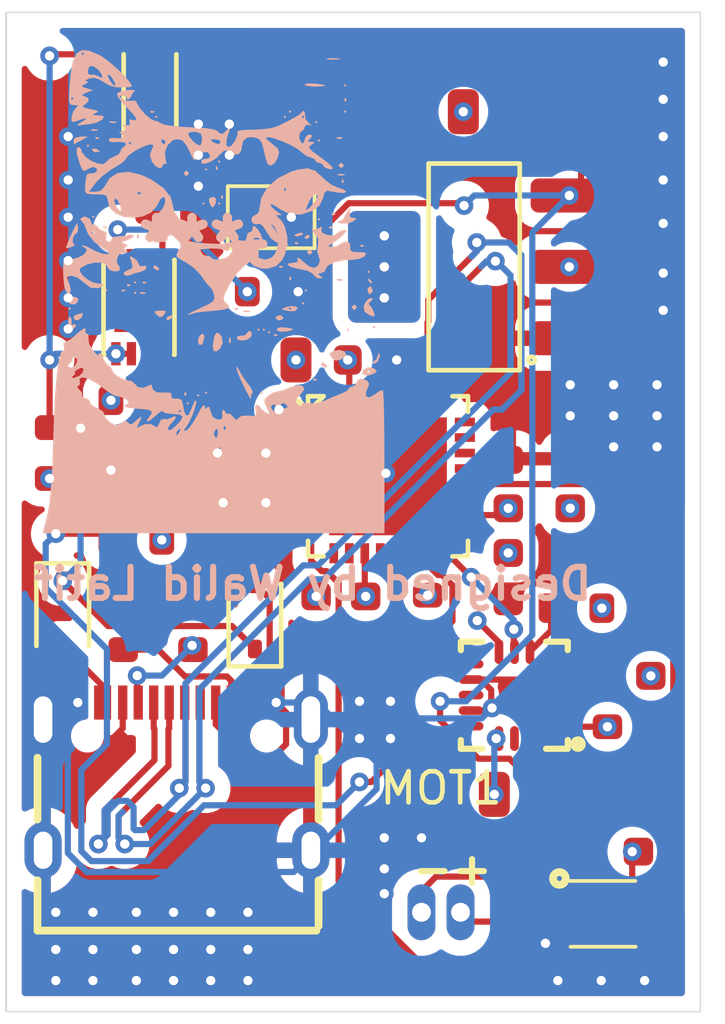
<source format=kicad_pcb>
(kicad_pcb (version 20241229) (generator "pcbnew") (generator_version "9.0")
  (layers (0 "F.Cu" signal) (4 "In1.Cu" power) (6 "In2.Cu" power) (2 "B.Cu" signal) (13 "F.Paste" user) (15 "B.Paste" user) (5 "F.SilkS" user "F.Silkscreen") (7 "B.SilkS" user "B.Silkscreen") (1 "F.Mask" user) (3 "B.Mask" user) (25 "Edge.Cuts" user))
  (net 0 "")
  (net 1 "GND")
  (net 2 "/3.7V LiPo")
  (net 3 "+3.3V")
  (net 4 "+5V")
  (net 5 "/VCC")
  (net 6 "Net-(D1-Pad2)")
  (net 7 "Net-(D2-Pad2)")
  (net 8 "Net-(D3-Pad1)")
  (net 9 "Net-(MOT1-+)")
  (net 10 "Net-(MOT1--)")
  (net 11 "Net-(USB1-CC1)")
  (net 12 "Net-(USB1-CC2)")
  (net 13 "Net-(U3-GPIO2)")
  (net 14 "Net-(U3-GPIO8)")
  (net 15 "Net-(U4-PROG)")
  (net 16 "Net-(U4-STAT)")
  (net 17 "Net-(U3-GPIO9)")
  (net 18 "/SCL")
  (net 19 "/SDA")
  (net 20 "/SDO")
  (net 32 "/D-")
  (net 36 "/IN2")
  (net 39 "/IN1")
  (net 45 "/D+")
  (footprint "easyeda2kicad:USB-C-SMD_TYPE-C-6PIN-2MD-073" (layer "F.Cu") (at 183.71 99.22)
    (property "Reference" "USB1" (hide yes))
    (property "Value" "TYPE-C 16PIN 2MD(073)" (hide yes))
  )
  (footprint "PCM_JLCPCB:R_0603" (layer "F.Cu") (at 182.4 87.1)
    (property "Reference" "R4" (hide yes))
    (property "Value" "33kΩ" (hide yes))
  )
  (footprint "easyeda2kicad:QFN-32_L5.0-W5.0-P0.50-TL-EP3.7" (layer "F.Cu") (at 190.52 89.55)
    (property "Reference" "U3" (hide yes))
    (property "Value" "ESP32-C3" (hide yes))
  )
  (footprint "PCM_JLCPCB:R_0603" (layer "F.Cu") (at 179.6 88.8 -90)
    (property "Reference" "R3" (hide yes))
    (property "Value" "18kΩ" (hide yes))
  )
  (footprint "PCM_JLCPCB:C_0603" (layer "F.Cu") (at 196.4 89.8 90)
    (property "Reference" "C4" (hide yes))
    (property "Value" "1uF" (hide yes))
  )
  (footprint "PCM_JLCPCB:C_0603" (layer "F.Cu") (at 194.4 92.8 -90)
    (property "Reference" "C10" (hide yes))
    (property "Value" "1uF" (hide yes))
  )
  (footprint "PCM_JLCPCB:SOT-223-3_L6.5-W3.4-P2.30-LS7.0-BR" (layer "F.Cu") (at 193.4 82.8)
    (property "Reference" "U1" (hide yes))
    (property "Value" "AMS1117" (hide yes))
  )
  (footprint "PCM_JLCPCB:R_0603" (layer "F.Cu") (at 182.4 89.35)
    (property "Reference" "R7" (hide yes))
    (property "Value" "10k" (hide yes))
  )
  (footprint "PCM_JLCPCB:C_0603" (layer "F.Cu") (at 185.8 90.4 180)
    (property "Reference" "C5" (hide yes))
    (property "Value" "1uF" (hide yes))
  )
  (footprint "PCM_JLCPCB:R_0603" (layer "F.Cu") (at 197.6 96.8 90)
    (property "Reference" "R_SCL1" (hide yes))
    (property "Value" "10k" (hide yes))
  )
  (footprint "PCM_JLCPCB:C_0805" (layer "F.Cu") (at 188 78.7)
    (property "Reference" "C15" (hide yes))
    (property "Value" "4.7uF" (hide yes))
  )
  (footprint "easyeda2kicad:LGA-16_L3.0-W3.0-P0.50-TL" (layer "F.Cu") (at 194.6 96.6 180)
    (property "Reference" "U2" (hide yes))
    (property "Value" "LIS3DHTR_C15134" (hide yes))
  )
  (footprint "PCM_JLCPCB:C_0805" (layer "F.Cu") (at 186.04 76.2)
    (property "Reference" "C14" (hide yes))
    (property "Value" "4.7uF" (hide yes))
  )
  (footprint "PCM_JLCPCB:R_0603" (layer "F.Cu") (at 181.975 94.315 -90)
    (property "Reference" "R2" (hide yes))
    (property "Value" "5.1k" (hide yes))
  )
  (footprint "PCM_JLCPCB:D_SOD-323" (layer "F.Cu") (at 186.225 94.065 90)
    (property "Reference" "D2" (hide yes))
    (property "Value" "1N5819WS" (hide yes))
  )
  (footprint "PCM_JLCPCB:C_0603" (layer "F.Cu") (at 185.8 88.8 180)
    (property "Reference" "C3" (hide yes))
    (property "Value" "100nF" (hide yes))
  )
  (footprint "PCM_JLCPCB:R_0603" (layer "F.Cu") (at 186.8 83.6)
    (property "Reference" "R9" (hide yes))
    (property "Value" "2k" (hide yes))
  )
  (footprint "PCM_JLCPCB:R_0603" (layer "F.Cu") (at 191.8 94.2 90)
    (property "Reference" "R11" (hide yes))
    (property "Value" "10k" (hide yes))
  )
  (footprint "PCM_JLCPCB:C_0603" (layer "F.Cu") (at 198.6 100.865 90)
    (property "Reference" "C17" (hide yes))
    (property "Value" "0.1uF" (hide yes))
  )
  (footprint "PCM_JLCPCB:C_0603" (layer "F.Cu") (at 188.2 94.2 -90)
    (property "Reference" "C6" (hide yes))
    (property "Value" "1uF" (hide yes))
  )
  (footprint "PCM_JLCPCB:R_0603" (layer "F.Cu") (at 182.4 91.6)
    (property "Reference" "R8" (hide yes))
    (property "Value" "10k" (hide yes))
  )
  (footprint "easyeda2kicad:TDFN-8_L3.0-W2.0-P0.50-BL-EP1.6" (layer "F.Cu") (at 182.49 84.1)
    (property "Reference" "U4" (hide yes))
    (property "Value" "MCP73831-2ACI/MC" (hide yes))
  )
  (footprint "PCM_JLCPCB:R_0603" (layer "F.Cu") (at 182.84 80.2 -90)
    (property "Reference" "R10" (hide yes))
    (property "Value" "470")
  )
  (footprint "PCM_JLCPCB:R_0603" (layer "F.Cu") (at 196.6 93.8 180)
    (property "Reference" "R_SDA1" (hide yes))
    (property "Value" "10k" (hide yes))
  )
  (footprint "PCM_JLCPCB:C_0603" (layer "F.Cu") (at 199 95.2 -90)
    (property "Reference" "C13" (hide yes))
    (property "Value" "100nF" (hide yes))
  )
  (footprint "PCM_JLCPCB:C_0603" (layer "F.Cu") (at 194.4 89.8 90)
    (property "Reference" "C7" (hide yes))
    (property "Value" "10nF" (hide yes))
  )
  (footprint "easyeda2kicad:WSON-8_L2.0-W2.0-P0.50-TL-EP" (layer "F.Cu") (at 197.45 103.65)
    (property "Reference" "U5" (hide yes))
    (property "Value" "DRV8837DSGR" (hide yes))
  )
  (footprint "PCM_JLCPCB:C_0805" (layer "F.Cu") (at 193 99.8)
    (property "Reference" "C12" (hide yes))
    (property "Value" "10uF" (hide yes))
  )
  (footprint "PCM_JLCPCB:C_0603" (layer "F.Cu") (at 190 85.8)
    (property "Reference" "C8" (hide yes))
    (property "Value" "100nF" (hide yes))
  )
  (footprint "easyeda2kicad:VIBRATING-MOTOR-SMD_WELDING" (layer "F.Cu") (at 192.23 103.6)
    (property "Reference" "MOT1")
    (property "Value" "LCM1027A2445F" (hide yes))
  )
  (footprint "Jumper:SolderJumper-2_P1.3mm_Bridged2Bar_Pad1.0x1.5mm" (layer "F.Cu") (at 186.75 81.2)
    (property "Reference" "BT1" (hide yes))
    (property "Value" "Battery" (hide yes))
  )
  (footprint "PCM_JLCPCB:C_0805" (layer "F.Cu") (at 195.8 78 180)
    (property "Reference" "C1" (hide yes))
    (property "Value" "10uF" (hide yes))
  )
  (footprint "PCM_JLCPCB:C_0603" (layer "F.Cu") (at 189.8 94.2 -90)
    (property "Reference" "C9" (hide yes))
    (property "Value" "100nF" (hide yes))
  )
  (footprint "PCM_JLCPCB:C_0805" (layer "F.Cu") (at 192 77.8 180)
    (property "Reference" "C2" (hide yes))
    (property "Value" "22uF" (hide yes))
  )
  (footprint "PCM_JLCPCB:R_0603" (layer "F.Cu") (at 184.225 94.315 -90)
    (property "Reference" "R1" (hide yes))
    (property "Value" "5.1k" (hide yes))
  )
  (footprint "PCM_JLCPCB:C_0603" (layer "F.Cu") (at 196.4 100.8 90)
    (property "Reference" "C16" (hide yes))
    (property "Value" "0.1uF" (hide yes))
  )
  (footprint "PCM_JLCPCB:D_SOD-323" (layer "F.Cu") (at 182.84 77 90)
    (property "Reference" "D3" (hide yes))
    (property "Value" "1N5819WS" (hide yes))
  )
  (footprint "PCM_JLCPCB:C_0805" (layer "F.Cu") (at 186.6 85.8 180)
    (property "Reference" "C11" (hide yes))
    (property "Value" "10uF" (hide yes))
  )
  (footprint "PCM_JLCPCB:D_SOD-323" (layer "F.Cu") (at 180.025 93.965 -90)
    (property "Reference" "D1" (hide yes))
    (property "Value" "1N5819WS" (hide yes))
  )
  (footprint "LOGO" (layer "B.Cu") (at 184.944164 82.029301 180)
    (property "Reference" "G***")
    (property "Value" "LOGO" (hide yes))
  )
  (gr_rect (start 178.2 74.6) (end 200.6 106.8) (stroke (width 0.05)) (fill no) (layer "Edge.Cuts"))
  (gr_text "Designed by Walid Latif" (at 197.2 93.6 -0) (layer "B.SilkS") (effects (font (size 1 1) (thickness 0.2) (bold yes)) (justify left bottom mirror)))
  (segment (start 181.081369 98.551) (end 181.96 97.672369) (width 0.2) (layer "F.Cu") (net 1))
  (segment (start 194.4 93.58) (end 194.98 93) (width 0.2) (layer "F.Cu") (net 1))
  (segment (start 196.431 95.169) (end 196 95.6) (width 0.2) (layer "F.Cu") (net 1))
  (segment (start 190.78 85.8) (end 190.8 85.8) (width 0.2) (layer "F.Cu") (net 1))
  (segment (start 196.5 104.4) (end 196.96 104.4) (width 0.2) (layer "F.Cu") (net 1))
  (segment (start 181.96 97.672369) (end 181.96 96.84) (width 0.2) (layer "F.Cu") (net 1))
  (segment (start 196.098352 93) (end 196.431 93.332648) (width 0.2) (layer "F.Cu") (net 1))
  (segment (start 180.558631 98.551) (end 181.081369 98.551) (width 0.2) (layer "F.Cu") (net 1))
  (segment (start 196 95.6) (end 195.512958 95.6) (width 0.2) (layer "F.Cu") (net 1))
  (segment (start 195.012958 96.1) (end 193.2 96.1) (width 0.2) (layer "F.Cu") (net 1))
  (segment (start 184.96 97.542) (end 185.969 98.551) (width 0.2) (layer "F.Cu") (net 1))
  (segment (start 184.96 96.84) (end 184.96 97.542) (width 0.2) (layer "F.Cu") (net 1))
  (segment (start 180.189 97.161) (end 180.189 98.181369) (width 0.2) (layer "F.Cu") (net 1))
  (segment (start 194.98 93) (end 196.098352 93) (width 0.2) (layer "F.Cu") (net 1))
  (segment (start 196.3 104.6) (end 196.5 104.4) (width 0.2) (layer "F.Cu") (net 1))
  (segment (start 196.431 93.332648) (end 196.431 95.169) (width 0.2) (layer "F.Cu") (net 1))
  (segment (start 182.74 82.6) (end 182.74 83.85) (width 0.2) (layer "F.Cu") (net 1))
  (segment (start 190.52 89.52) (end 190.451992 89.451992) (width 0.2) (layer "F.Cu") (net 1))
  (segment (start 187.231 97.161) (end 186.91 96.84) (width 0.2) (layer "F.Cu") (net 1))
  (segment (start 193.851 96.438042) (end 193.851 96.949) (width 0.2) (layer "F.Cu") (net 1))
  (segment (start 182.74 83.85) (end 182.49 84.1) (width 0.2) (layer "F.Cu") (net 1))
  (segment (start 193.7 97.1) (end 193.2 97.1) (width 0.2) (layer "F.Cu") (net 1))
  (segment (start 197.45 103.91) (end 197.45 103.65) (width 0.2) (layer "F.Cu") (net 1))
  (segment (start 187.231 98.181369) (end 187.231 97.161) (width 0.2) (layer "F.Cu") (net 1))
  (segment (start 190.52 89.55) (end 190.52 89.52) (width 0.2) (layer "F.Cu") (net 1))
  (segment (start 193.512958 96.1) (end 193.851 96.438042) (width 0.2) (layer "F.Cu") (net 1))
  (segment (start 180.189 98.181369) (end 180.558631 98.551) (width 0.2) (layer "F.Cu") (net 1))
  (segment (start 193.851 96.949) (end 193.7 97.1) (width 0.2) (layer "F.Cu") (net 1))
  (segment (start 185.02 90.4) (end 185.2 90.4) (width 0.2) (layer "F.Cu") (net 1))
  (segment (start 185.969 98.551) (end 186.861369 98.551) (width 0.2) (layer "F.Cu") (net 1))
  (segment (start 196.96 104.4) (end 197.45 103.91) (width 0.2) (layer "F.Cu") (net 1))
  (segment (start 186.861369 98.551) (end 187.231 98.181369) (width 0.2) (layer "F.Cu") (net 1))
  (segment (start 193.2 96.1) (end 193.512958 96.1) (width 0.2) (layer "F.Cu") (net 1))
  (segment (start 180.51 96.84) (end 180.189 97.161) (width 0.2) (layer "F.Cu") (net 1))
  (segment (start 195.6 104.6) (end 196.3 104.6) (width 0.2) (layer "F.Cu") (net 1))
  (segment (start 195.512958 95.6) (end 195.012958 96.1) (width 0.2) (layer "F.Cu") (net 1))
  (via (at 199.4 80) (size 0.6) (drill 0.3) (layers "F.Cu" "B.Cu") (net 1))
  (via (at 179.8 105.8) (size 0.6) (drill 0.3) (layers "F.Cu" "B.Cu") (net 1))
  (via (at 181 104.8) (size 0.6) (drill 0.3) (layers "F.Cu" "B.Cu") (net 1))
  (via (at 190.4 103) (size 0.6) (drill 0.3) (layers "F.Cu" "B.Cu") (net 1))
  (via (at 180.2 81.2) (size 0.6) (drill 0.3) (layers "F.Cu" "B.Cu") (net 1))
  (via (at 180.51 96.84) (size 0.6) (drill 0.3) (layers "F.Cu" "B.Cu") (net 1))
  (via (at 186.91 96.84) (size 0.6) (drill 0.3) (layers "F.Cu" "B.Cu") (net 1))
  (via (at 189.6 96.8) (size 0.6) (drill 0.3) (layers "F.Cu" "B.Cu") (net 1))
  (via (at 183.6 105.8) (size 0.6) (drill 0.3) (layers "F.Cu" "B.Cu") (net 1))
  (via (at 190.4 102.2) (size 0.6) (drill 0.3) (layers "F.Cu" "B.Cu") (net 1))
  (via (at 180.2 80) (size 0.6) (drill 0.3) (layers "F.Cu" "B.Cu") (net 1))
  (via (at 187.4 81.2) (size 0.6) (drill 0.3) (layers "F.Cu" "B.Cu") (net 1))
  (via (at 190.4 101.2) (size 0.6) (drill 0.3) (layers "F.Cu" "B.Cu") (net 1))
  (via (at 185.02 88.8) (size 0.6) (drill 0.3) (layers "F.Cu" "B.Cu") (net 1))
  (via (at 184.8 105.8) (size 0.6) (drill 0.3) (layers "F.Cu" "B.Cu") (net 1))
  (via (at 180.2 82.6) (size 0.6) (drill 0.3) (layers "F.Cu" "B.Cu") (net 1))
  (via (at 180.2 83.8) (size 0.6) (drill 0.3) (layers "F.Cu" "B.Cu") (net 1))
  (via (at 199.4 83) (size 0.6) (drill 0.3) (layers "F.Cu" "B.Cu") (net 1))
  (via (at 183.6 104.8) (size 0.6) (drill 0.3) (layers "F.Cu" "B.Cu") (net 1))
  (via (at 181 105.8) (size 0.6) (drill 0.3) (layers "F.Cu" "B.Cu") (net 1))
  (via (at 197.8 86.6) (size 0.6) (drill 0.3) (layers "F.Cu" "B.Cu") (net 1))
  (via (at 196.4 87.6) (size 0.6) (drill 0.3) (layers "F.Cu" "B.Cu") (net 1))
  (via (at 185.4 78.2) (size 0.6) (drill 0.3) (layers "F.Cu" "B.Cu") (net 1))
  (via (at 179.8 103.6) (size 0.6) (drill 0.3) (layers "F.Cu" "B.Cu") (net 1))
  (via (at 180.2 84.8) (size 0.6) (drill 0.3) (layers "F.Cu" "B.Cu") (net 1))
  (via (at 187.62 83.6) (size 0.6) (drill 0.3) (layers "F.Cu" "B.Cu") (net 1))
  (via (at 197.8 88.6) (size 0.6) (drill 0.3) (layers "F.Cu" "B.Cu") (net 1))
  (via (at 193.876262 97.018123) (size 0.6) (drill 0.3) (layers "F.Cu" "B.Cu") (net 1))
  (via (at 198.8 105.8) (size 0.6) (drill 0.3) (layers "F.Cu" "B.Cu") (net 1))
  (via (at 184.4 78.2) (size 0.6) (drill 0.3) (layers "F.Cu" "B.Cu") (net 1))
  (via (at 199.2 86.6) (size 0.6) (drill 0.3) (layers "F.Cu" "B.Cu") (net 1))
  (via (at 186 104.8) (size 0.6) (drill 0.3) (layers "F.Cu" "B.Cu") (net 1))
  (via (at 184.4 80.2) (size 0.6) (drill 0.3) (layers "F.Cu" "B.Cu") (net 1))
  (via (at 190.6 98) (size 0.6) (drill 0.3) (layers "F.Cu" "B.Cu") (net 1))
  (via (at 189.6 98) (size 0.6) (drill 0.3) (layers "F.Cu" "B.Cu") (net 1))
  (via (at 184.8 104.8) (size 0.6) (drill 0.3) (layers "F.Cu" "B.Cu") (net 1))
  (via (at 191.6 101.2) (size 0.6) (drill 0.3) (layers "F.Cu" "B.Cu") (net 1))
  (via (at 180.2 78.6) (size 0.6) (drill 0.3) (layers "F.Cu" "B.Cu") (net 1))
  (via (at 183.6 103.6) (size 0.6) (drill 0.3) (layers "F.Cu" "B.Cu") (net 1))
  (via (at 199.4 77.4) (size 0.6) (drill 0.3) (layers "F.Cu" "B.Cu") (net 1))
  (via (at 186 103.6) (size 0.6) (drill 0.3) (layers "F.Cu" "B.Cu") (net 1))
  (via (at 199.2 88.6) (size 0.6) (drill 0.3) (layers "F.Cu" "B.Cu") (net 1))
  (via (at 182.4 105.8) (size 0.6) (drill 0.3) (layers "F.Cu" "B.Cu") (net 1))
  (via (at 182.4 103.6) (size 0.6) (drill 0.3) (layers "F.Cu" "B.Cu") (net 1))
  (via (at 196 105.8) (size 0.6) (drill 0.3) (layers "F.Cu" "B.Cu") (net 1))
  (via (at 196.4 86.6) (size 0.6) (drill 0.3) (layers "F.Cu" "B.Cu") (net 1))
  (via (at 184.8 103.6) (size 0.6) (drill 0.3) (layers "F.Cu" "B.Cu") (net 1))
  (via (at 190.451992 89.451992) (size 0.6) (drill 0.3) (layers "F.Cu" "B.Cu") (net 1))
  (via (at 197.8 87.6) (size 0.6) (drill 0.3) (layers "F.Cu" "B.Cu") (net 1))
  (via (at 199.2 87.6) (size 0.6) (drill 0.3) (layers "F.Cu" "B.Cu") (net 1))
  (via (at 195.6 104.6) (size 0.6) (drill 0.3) (layers "F.Cu" "B.Cu") (net 1))
  (via (at 184.4 79.2) (size 0.6) (drill 0.3) (layers "F.Cu" "B.Cu") (net 1))
  (via (at 197.4 105.8) (size 0.6) (drill 0.3) (layers "F.Cu" "B.Cu") (net 1))
  (via (at 179.39 97.39) (size 0.6) (drill 0.3) (layers "F.Cu" "B.Cu") (net 1))
  (via (at 186 105.8) (size 0.6) (drill 0.3) (layers "F.Cu" "B.Cu") (net 1))
  (via (at 199.4 78.6) (size 0.6) (drill 0.3) (layers "F.Cu" "B.Cu") (net 1))
  (via (at 199.4 84.2) (size 0.6) (drill 0.3) (layers "F.Cu" "B.Cu") (net 1))
  (via (at 182.4 104.8) (size 0.6) (drill 0.3) (layers "F.Cu" "B.Cu") (net 1))
  (via (at 181 103.6) (size 0.6) (drill 0.3) (layers "F.Cu" "B.Cu") (net 1))
  (via (at 199.4 81.4) (size 0.6) (drill 0.3) (layers "F.Cu" "B.Cu") (net 1))
  (via (at 179.8 104.8) (size 0.6) (drill 0.3) (layers "F.Cu" "B.Cu") (net 1))
  (via (at 190.8 85.8) (size 0.6) (drill 0.3) (layers "F.Cu" "B.Cu") (net 1))
  (via (at 190.6 96.8) (size 0.6) (drill 0.3) (layers "F.Cu" "B.Cu") (net 1))
  (via (at 185.4 79.2) (size 0.6) (drill 0.3) (layers "F.Cu" "B.Cu") (net 1))
  (via (at 199.4 76.2) (size 0.6) (drill 0.3) (layers "F.Cu" "B.Cu") (net 1))
  (via (at 185.2 90.4) (size 0.6) (drill 0.3) (layers "F.Cu" "B.Cu") (net 1))
  (segment (start 196 105.8) (end 196 105) (width 0.2) (layer "B.Cu") (net 1))
  (segment (start 180.189 97.161) (end 180.189 101.68962) (width 0.2) (layer "B.Cu") (net 1))
  (segment (start 190.151 98.761) (end 188.23 96.84) (width 0.2) (layer "B.Cu") (net 1))
  (segment (start 193.543385 97.351) (end 193.876262 97.018123) (width 0.2) (layer "B.Cu") (net 1))
  (segment (start 185.2 90.4) (end 185.2 88.98) (width 0.2) (layer "B.Cu") (net 1))
  (segment (start 190.8 85.8) (end 191 86) (width 0.2) (layer "B.Cu") (net 1))
  (segment (start 188.23 96.84) (end 186.91 96.84) (width 0.2) (layer "B.Cu") (net 1))
  (segment (start 191.151 97.351) (end 193.543385 97.351) (width 0.2) (layer "B.Cu") (net 1))
  (segment (start 180.189 101.68962) (end 180.80138 102.302) (width 0.2) (layer "B.Cu") (net 1))
  (segment (start 180.80138 102.302) (end 187.477232 102.302) (width 0.2) (layer "B.Cu") (net 1))
  (segment (start 187.4 81.2) (end 187.4 83.38) (width 0.2) (layer "B.Cu") (net 1))
  (segment (start 180.51 96.84) (end 180.189 97.161) (width 0.2) (layer "B.Cu") (net 1))
  (segment (start 190.151 99.628232) (end 190.151 98.761) (width 0.2) (layer "B.Cu") (net 1))
  (segment (start 190.6 96.8) (end 191.151 97.351) (width 0.2) (layer "B.Cu") (net 1))
  (segment (start 196 105) (end 195.6 104.6) (width 0.2) (layer "B.Cu") (net 1))
  (segment (start 185.2 88.98) (end 185.02 88.8) (width 0.2) (layer "B.Cu") (net 1))
  (segment (start 187.477232 102.302) (end 190.151 99.628232) (width 0.2) (layer "B.Cu") (net 1))
  (segment (start 187.4 83.38) (end 187.62 83.6) (width 0.2) (layer "B.Cu") (net 1))
  (segment (start 195.6 100.58) (end 195.6 99.812958) (width 0.2) (layer "F.Cu") (net 2))
  (segment (start 186.199 82.201) (end 183.541 84.859) (width 0.2) (layer "F.Cu") (net 2))
  (segment (start 193.438042 98.651) (end 192.2 97.412958) (width 0.2) (layer "F.Cu") (net 2))
  (segment (start 183.24 85.6) (end 182.74 85.6) (width 0.2) (layer "F.Cu") (net 2))
  (segment (start 195.6 99.812958) (end 194.438042 98.651) (width 0.2) (layer "F.Cu") (net 2))
  (segment (start 196.5 102.9) (end 196.5 101.68) (width 0.2) (layer "F.Cu") (net 2))
  (segment (start 192.2 97.412958) (end 192.2 96.8) (width 0.2) (layer "F.Cu") (net 2))
  (segment (start 196.37 80.5) (end 196.37 80.43) (width 0.2) (layer "F.Cu") (net 2))
  (segment (start 186.1 81.2) (end 186.1 82.102) (width 0.2) (layer "F.Cu") (net 2))
  (segment (start 192.97428 80.82572) (end 192.89756 80.749) (width 0.2) (layer "F.Cu") (net 2))
  (segment (start 186.1 79.65) (end 186.1 81.2) (width 0.2) (layer "F.Cu") (net 2))
  (segment (start 183.541 84.859) (end 183.541 85.299) (width 0.2) (layer "F.Cu") (net 2))
  (segment (start 196.37 80.43) (end 196.75 80.05) (width 0.2) (layer "F.Cu") (net 2))
  (segment (start 196.6 101.58) (end 195.6 100.58) (width 0.2) (layer "F.Cu") (net 2))
  (segment (start 189.251 80.749) (end 188.151 81.849) (width 0.2) (layer "F.Cu") (net 2))
  (segment (start 187.05 78.7) (end 186.1 79.65) (width 0.2) (layer "F.Cu") (net 2))
  (segment (start 192.89756 80.749) (end 189.251 80.749) (width 0.2) (layer "F.Cu") (net 2))
  (segment (start 196.75 80.05) (end 196.75 78) (width 0.2) (layer "F.Cu") (net 2))
  (segment (start 183.541 85.299) (end 183.24 85.6) (width 0.2) (layer "F.Cu") (net 2))
  (segment (start 194.438042 98.651) (end 193.438042 98.651) (width 0.2) (layer "F.Cu") (net 2))
  (segment (start 186.1 82.102) (end 186.199 82.201) (width 0.2) (layer "F.Cu") (net 2))
  (segment (start 196.5 101.68) (end 196.6 101.58) (width 0.2) (layer "F.Cu") (net 2))
  (segment (start 188.151 81.849) (end 188.151 82.201) (width 0.2) (layer "F.Cu") (net 2))
  (segment (start 188.151 82.201) (end 186.199 82.201) (width 0.2) (layer "F.Cu") (net 2))
  (via (at 192.2 96.8) (size 0.6) (drill 0.3) (layers "F.Cu" "B.Cu") (net 2))
  (via (at 192.97428 80.82572) (size 0.6) (drill 0.3) (layers "F.Cu" "B.Cu") (net 2))
  (via (at 196.37 80.5) (size 0.6) (drill 0.3) (layers "F.Cu" "B.Cu") (net 2))
  (segment (start 193.03839 96.8) (end 195.176 94.66239) (width 0.2) (layer "B.Cu") (net 2))
  (segment (start 192.2 96.8) (end 193.03839 96.8) (width 0.2) (layer "B.Cu") (net 2))
  (segment (start 196.37 80.5) (end 193.3 80.5) (width 0.2) (layer "B.Cu") (net 2))
  (segment (start 195.176 94.66239) (end 195.176 81.694) (width 0.2) (layer "B.Cu") (net 2))
  (segment (start 195.176 81.694) (end 196.37 80.5) (width 0.2) (layer "B.Cu") (net 2))
  (segment (start 193.3 80.5) (end 192.97428 80.82572) (width 0.2) (layer "B.Cu") (net 2))
  (segment (start 188.04 88.3) (end 187.515 88.3) (width 0.2) (layer "F.Cu") (net 3))
  (segment (start 187 87.785) (end 187 87.4) (width 0.2) (layer "F.Cu") (net 3))
  (segment (start 193 91.3) (end 193 90.8) (width 0.2) (layer "F.Cu") (net 3))
  (segment (start 197.6 97.62) (end 196.02 97.62) (width 0.2) (layer "F.Cu") (net 3))
  (segment (start 194.1 95.2) (end 194.1 94.9) (width 0.2) (layer "F.Cu") (net 3))
  (segment (start 189.77 93.39) (end 189.8 93.42) (width 0.2) (layer "F.Cu") (net 3))
  (segment (start 187.515 88.3) (end 187 87.785) (width 0.2) (layer "F.Cu") (net 3))
  (segment (start 196.02 97.62) (end 196 97.6) (width 0.2) (layer "F.Cu") (net 3))
  (segment (start 194.18 90.8) (end 194.4 90.58) (width 0.2) (layer "F.Cu") (net 3))
  (segment (start 189.27 87.07) (end 189.27 85.85) (width 0.2) (layer "F.Cu") (net 3))
  (segment (start 188.04 88.8) (end 188.04 88.3) (width 0.2) (layer "F.Cu") (net 3))
  (segment (start 188.77 87.07) (end 189.27 87.07) (width 0.2) (layer "F.Cu") (net 3))
  (segment (start 189.77 92.03) (end 189.77 93.39) (width 0.2) (layer "F.Cu") (net 3))
  (segment (start 198.4 101.645) (end 198.4 102.9) (width 0.2) (layer "F.Cu") (net 3))
  (segment (start 189.27 85.85) (end 189.22 85.8) (width 0.2) (layer "F.Cu") (net 3))
  (segment (start 194.1 94.9) (end 193.4 94.2) (width 0.2) (layer "F.Cu") (net 3))
  (segment (start 193 90.8) (end 194.18 90.8) (width 0.2) (layer "F.Cu") (net 3))
  (via (at 190.4 82.8) (size 0.6) (drill 0.3) (layers "F.Cu" "B.Cu") (net 3))
  (via (at 191.8 93.38) (size 0.6) (drill 0.3) (layers "F.Cu" "B.Cu") (net 3))
  (via (at 186.58 90.4) (size 0.6) (drill 0.3) (layers "F.Cu" "B.Cu") (net 3))
  (via (at 189.22 85.8) (size 0.6) (drill 0.3) (layers "F.Cu" "B.Cu") (net 3))
  (via (at 193.95 99.8) (size 0.6) (drill 0.3) (layers "F.Cu" "B.Cu") (net 3))
  (via (at 193.4 94.2) (size 0.6) (drill 0.3) (layers "F.Cu" "B.Cu") (net 3))
  (via (at 194.4 90.58) (size 0.6) (drill 0.3) (layers "F.Cu" "B.Cu") (net 3))
  (via (at 197.6 97.62) (size 0.6) (drill 0.3) (layers "F.Cu" "B.Cu") (net 3))
  (via (at 179.6 89.62) (size 0.6) (drill 0.3) (layers "F.Cu" "B.Cu") (net 3))
  (via (at 187.55 85.8) (size 0.6) (drill 0.3) (layers "F.Cu" "B.Cu") (net 3))
  (via (at 199 95.98) (size 0.6) (drill 0.3) (layers "F.Cu" "B.Cu") (net 3))
  (via (at 196.4 90.58) (size 0.6) (drill 0.3) (layers "F.Cu" "B.Cu") (net 3))
  (via (at 190.4 83.8) (size 0.6) (drill 0.3) (layers "F.Cu" "B.Cu") (net 3))
  (via (at 181.58 87.1) (size 0.6) (drill 0.3) (layers "F.Cu" "B.Cu") (net 3))
  (via (at 186.58 88.8) (size 0.6) (drill 0.3) (layers "F.Cu" "B.Cu") (net 3))
  (via (at 196.37 82.8) (size 0.6) (drill 0.3) (layers "F.Cu" "B.Cu") (net 3))
  (via (at 194.4 92.02) (size 0.6) (drill 0.3) (layers "F.Cu" "B.Cu") (net 3))
  (via (at 189.8 93.42) (size 0.6) (drill 0.3) (layers "F.Cu" "B.Cu") (net 3))
  (via (at 197.42 93.8) (size 0.6) (drill 0.3) (layers "F.Cu" "B.Cu") (net 3))
  (via (at 181.58 89.35) (size 0.6) (drill 0.3) (layers "F.Cu" "B.Cu") (net 3))
  (via (at 188.2 93.42) (size 0.6) (drill 0.3) (layers "F.Cu" "B.Cu") (net 3))
  (via (at 190.4 81.8) (size 0.6) (drill 0.3) (layers "F.Cu" "B.Cu") (net 3))
  (via (at 183.22 91.6) (size 0.6) (drill 0.3) (layers "F.Cu" "B.Cu") (net 3))
  (via (at 190.4 82.8) (size 0.6) (drill 0.3) (layers "F.Cu" "B.Cu") (net 3))
  (via (at 194.01 98) (size 0.6) (drill 0.3) (layers "F.Cu" "B.Cu") (net 3))
  (via (at 187 87.4) (size 0.6) (drill 0.3) (layers "F.Cu" "B.Cu") (net 3))
  (via (at 192.95 77.8) (size 0.6) (drill 0.3) (layers "F.Cu" "B.Cu") (net 3))
  (via (at 198.4 101.645) (size 0.6) (drill 0.3) (layers "F.Cu" "B.Cu") (net 3))
  (segment (start 193.95 98.06) (end 194.01 98) (width 0.2) (layer "B.Cu") (net 3))
  (segment (start 193.95 99.8) (end 193.95 98.06) (width 0.2) (layer "B.Cu") (net 3))
  (segment (start 182.84 75.95) (end 184.84 75.95) (width 0.2) (layer "F.Cu") (net 4))
  (segment (start 182.84 75.95) (end 179.65 75.95) (width 0.2) (layer "F.Cu") (net 4))
  (segment (start 179.6 87.98) (end 180.58 87.98) (width 0.2) (layer "F.Cu") (net 4))
  (segment (start 185.486648 94.376648) (end 181.486648 94.376648) (width 0.2) (layer "F.Cu") (net 4))
  (segment (start 179.6 87.98) (end 179.6 85.8) (width 0.2) (layer "F.Cu") (net 4))
  (segment (start 186.225 95.115) (end 185.486648 94.376648) (width 0.2) (layer "F.Cu") (net 4))
  (segment (start 179.65 75.95) (end 179.6 76) (width 0.2) (layer "F.Cu") (net 4))
  (segment (start 181.486648 94.376648) (end 180.025 92.915) (width 0.2) (layer "F.Cu") (net 4))
  (segment (start 184.84 75.95) (end 185.09 76.2) (width 0.2) (layer "F.Cu") (net 4))
  (segment (start 180.58 87.98) (end 180.6 88) (width 0.2) (layer "F.Cu") (net 4))
  (segment (start 181.74 85.6) (end 182.24 85.6) (width 0.2) (layer "F.Cu") (net 4))
  (via (at 179.6 76) (size 0.6) (drill 0.3) (layers "F.Cu" "B.Cu") (net 4))
  (via (at 180.025 92.915) (size 0.6) (drill 0.3) (layers "F.Cu" "B.Cu") (net 4))
  (via (at 179.6 85.8) (size 0.6) (drill 0.3) (layers "F.Cu" "B.Cu") (net 4))
  (via (at 181.74 85.6) (size 0.6) (drill 0.3) (layers "F.Cu" "B.Cu") (net 4))
  (via (at 180.6 88) (size 0.6) (drill 0.3) (layers "F.Cu" "B.Cu") (net 4))
  (via (at 179.6 76) (size 0.6) (drill 0.3) (layers "F.Cu" "B.Cu") (net 4))
  (segment (start 180.6 92.34) (end 180.025 92.915) (width 0.2) (layer "B.Cu") (net 4))
  (segment (start 179.8 85.6) (end 181.74 85.6) (width 0.2) (layer "B.Cu") (net 4))
  (segment (start 179.6 85.8) (end 179.8 85.6) (width 0.2) (layer "B.Cu") (net 4))
  (segment (start 179.6 76) (end 179.6 85.8) (width 0.2) (layer "B.Cu") (net 4))
  (segment (start 180.6 88) (end 180.6 92.34) (width 0.2) (layer "B.Cu") (net 4))
  (segment (start 181.31 96.3) (end 181.31 96.84) (width 0.2) (layer "F.Cu") (net 6))
  (segment (start 180.025 95.015) (end 181.31 96.3) (width 0.2) (layer "F.Cu") (net 6))
  (segment (start 186.225 93.015) (end 186.701 93.491) (width 0.2) (layer "F.Cu") (net 7))
  (segment (start 186.701 95.499) (end 186.11 96.09) (width 0.2) (layer "F.Cu") (net 7))
  (segment (start 186.11 96.09) (end 186.11 96.84) (width 0.2) (layer "F.Cu") (net 7))
  (segment (start 186.701 93.491) (end 186.701 95.499) (width 0.2) (layer "F.Cu") (net 7))
  (segment (start 182.84 78.05) (end 182.84 79.38) (width 0.2) (layer "F.Cu") (net 8))
  (segment (start 192.93 103.9) (end 196.5 103.9) (width 0.2) (layer "F.Cu") (net 9))
  (segment (start 192.63 103.6) (end 192.93 103.9) (width 0.2) (layer "F.Cu") (net 9))
  (segment (start 194.914 102.449) (end 195.865 103.4) (width 0.2) (layer "F.Cu") (net 10))
  (segment (start 192.071 102.449) (end 194.914 102.449) (width 0.2) (layer "F.Cu") (net 10))
  (segment (start 191.37 103.6) (end 191.37 103.15) (width 0.2) (layer "F.Cu") (net 10))
  (segment (start 195.865 103.4) (end 196.5 103.4) (width 0.2) (layer "F.Cu") (net 10))
  (segment (start 191.37 103.15) (end 192.071 102.449) (width 0.2) (layer "F.Cu") (net 10))
  (segment (start 184.225 95.135) (end 184.225 95.025) (width 0.2) (layer "F.Cu") (net 11))
  (segment (start 184.225 95.025) (end 184.2 95) (width 0.2) (layer "F.Cu") (net 11))
  (segment (start 182.428199 96.808199) (end 182.46 96.84) (width 0.2) (layer "F.Cu") (net 11))
  (segment (start 182.428199 95.971801) (end 182.428199 96.808199) (width 0.2) (layer "F.Cu") (net 11))
  (via (at 182.428199 95.971801) (size 0.6) (drill 0.3) (layers "F.Cu" "B.Cu") (net 11))
  (via (at 184.2 95) (size 0.6) (drill 0.3) (layers "F.Cu" "B.Cu") (net 11))
  (segment (start 183.228199 95.971801) (end 182.428199 95.971801) (width 0.2) (layer "B.Cu") (net 11))
  (segment (start 184.2 95) (end 183.228199 95.971801) (width 0.2) (layer "B.Cu") (net 11))
  (segment (start 183.971648 96) (end 185.322 96) (width 0.2) (layer "F.Cu") (net 12))
  (segment (start 185.46 96.138) (end 185.46 96.84) (width 0.2) (layer "F.Cu") (net 12))
  (segment (start 185.322 96) (end 185.46 96.138) (width 0.2) (layer "F.Cu") (net 12))
  (segment (start 181.975 95.135) (end 183.106648 95.135) (width 0.2) (layer "F.Cu") (net 12))
  (segment (start 183.106648 95.135) (end 183.971648 96) (width 0.2) (layer "F.Cu") (net 12))
  (segment (start 183.396 89.526) (end 187.126 89.526) (width 0.2) (layer "F.Cu") (net 13))
  (segment (start 187.464 90.249) (end 187.515 90.3) (width 0.2) (layer "F.Cu") (net 13))
  (segment (start 187.464 89.864) (end 187.464 90.249) (width 0.2) (layer "F.Cu") (net 13))
  (segment (start 187.126 89.526) (end 187.464 89.864) (width 0.2) (layer "F.Cu") (net 13))
  (segment (start 183.22 89.35) (end 183.396 89.526) (width 0.2) (layer "F.Cu") (net 13))
  (segment (start 187.515 90.3) (end 188.04 90.3) (width 0.2) (layer "F.Cu") (net 13))
  (segment (start 191.27 92.555) (end 190.828232 92.996768) (width 0.2) (layer "F.Cu") (net 14))
  (segment (start 190.828232 96.249) (end 191.151 96.571768) (width 0.2) (layer "F.Cu") (net 14))
  (segment (start 179.8 91.4) (end 181.38 91.4) (width 0.2) (layer "F.Cu") (net 14))
  (segment (start 191.151 96.571768) (end 191.151 98.228232) (width 0.2) (layer "F.Cu") (net 14))
  (segment (start 189.979232 99.4) (end 189.6 99.4) (width 0.2) (layer "F.Cu") (net 14))
  (segment (start 191.27 92.03) (end 191.27 92.555) (width 0.2) (layer "F.Cu") (net 14))
  (segment (start 191.151 98.228232) (end 189.979232 99.4) (width 0.2) (layer "F.Cu") (net 14))
  (segment (start 190.828232 92.996768) (end 190.828232 96.249) (width 0.2) (layer "F.Cu") (net 14))
  (segment (start 181.38 91.4) (end 181.58 91.6) (width 0.2) (layer "F.Cu") (net 14))
  (via (at 189.6 99.4) (size 0.6) (drill 0.3) (layers "F.Cu" "B.Cu") (net 14))
  (via (at 179.8 91.4) (size 0.6) (drill 0.3) (layers "F.Cu" "B.Cu") (net 14))
  (segment (start 180.946768 101.951) (end 180.624 101.628232) (width 0.2) (layer "B.Cu") (net 14))
  (segment (start 189.6 99.4) (end 188.849 100.151) (width 0.2) (layer "B.Cu") (net 14))
  (segment (start 180.624 101.628232) (end 180.624 99.008369) (width 0.2) (layer "B.Cu") (net 14))
  (segment (start 179.474 91.726) (end 179.8 91.4) (width 0.2) (layer "B.Cu") (net 14))
  (segment (start 180.624 99.008369) (end 181.451 98.181369) (width 0.2) (layer "B.Cu") (net 14))
  (segment (start 182.780388 101.951) (end 180.946768 101.951) (width 0.2) (layer "B.Cu") (net 14))
  (segment (start 181.451 95.120232) (end 179.474 93.143232) (width 0.2) (layer "B.Cu") (net 14))
  (segment (start 179.474 93.143232) (end 179.474 91.726) (width 0.2) (layer "B.Cu") (net 14))
  (segment (start 184.580388 100.151) (end 182.780388 101.951) (width 0.2) (layer "B.Cu") (net 14))
  (segment (start 181.451 98.181369) (end 181.451 95.120232) (width 0.2) (layer "B.Cu") (net 14))
  (segment (start 188.849 100.151) (end 184.580388 100.151) (width 0.2) (layer "B.Cu") (net 14))
  (segment (start 181.74 82.6) (end 181.74 81.66) (width 0.2) (layer "F.Cu") (net 15))
  (segment (start 181.74 81.66) (end 181.8 81.6) (width 0.2) (layer "F.Cu") (net 15))
  (via (at 185.98 83.6) (size 0.6) (drill 0.3) (layers "F.Cu" "B.Cu") (net 15))
  (via (at 181.8 81.6) (size 0.6) (drill 0.3) (layers "F.Cu" "B.Cu") (net 15))
  (segment (start 181.8 81.6) (end 183.98 81.6) (width 0.2) (layer "B.Cu") (net 15))
  (segment (start 183.98 81.6) (end 185.98 83.6) (width 0.2) (layer "B.Cu") (net 15))
  (segment (start 183.24 82.6) (end 183.24 81.42) (width 0.2) (layer "F.Cu") (net 16))
  (segment (start 183.24 81.42) (end 182.84 81.02) (width 0.2) (layer "F.Cu") (net 16))
  (segment (start 192.129 92.729) (end 192.267352 92.729) (width 0.2) (layer "F.Cu") (net 17))
  (segment (start 191.77 92.03) (end 191.77 92.37) (width 0.2) (layer "F.Cu") (net 17))
  (segment (start 192.6 94.22) (end 191.8 95.02) (width 0.2) (layer "F.Cu") (net 17))
  (segment (start 191.77 92.37) (end 192.129 92.729) (width 0.2) (layer "F.Cu") (net 17))
  (segment (start 192.267352 92.729) (end 192.6 93.061648) (width 0.2) (layer "F.Cu") (net 17))
  (segment (start 192.6 93.061648) (end 192.6 94.22) (width 0.2) (layer "F.Cu") (net 17))
  (segment (start 197.48 96.1) (end 197.6 95.98) (width 0.2) (layer "F.Cu") (net 18))
  (segment (start 196 96.1) (end 197.48 96.1) (width 0.2) (layer "F.Cu") (net 18))
  (segment (start 195.1 95.2) (end 195.78 94.52) (width 0.2) (layer "F.Cu") (net 19))
  (segment (start 195.78 94.52) (end 195.78 93.8) (width 0.2) (layer "F.Cu") (net 19))
  (segment (start 194.579158 94.48) (end 194.579158 95.179158) (width 0.2) (layer "F.Cu") (net 20))
  (segment (start 192.43 92.03) (end 193.2 92.8) (width 0.2) (layer "F.Cu") (net 20))
  (segment (start 192.27 92.03) (end 192.43 92.03) (width 0.2) (layer "F.Cu") (net 20))
  (segment (start 194.579158 95.179158) (end 194.6 95.2) (width 0.2) (layer "F.Cu") (net 20))
  (via (at 193.2 92.8) (size 0.6) (drill 0.3) (layers "F.Cu" "B.Cu") (net 20))
  (via (at 194.579158 94.48) (size 0.6) (drill 0.3) (layers "F.Cu" "B.Cu") (net 20))
  (segment (start 193.2 92.8) (end 194.579158 94.179158) (width 0.2) (layer "B.Cu") (net 20))
  (segment (start 194.579158 94.179158) (end 194.579158 94.48) (width 0.2) (layer "B.Cu") (net 20))
  (segment (start 182.985 98.696802) (end 181.374999 100.306803) (width 0.2) (layer "F.Cu") (net 32))
  (segment (start 192.27 87.07) (end 192.27 86.582499) (width 0.2) (layer "F.Cu") (net 32))
  (segment (start 192.245 84.776816) (end 192.27098 84.750836) (width 0.2) (layer "F.Cu") (net 32))
  (segment (start 182.985 97.690001) (end 182.985 98.696802) (width 0.2) (layer "F.Cu") (net 32))
  (segment (start 192.245 86.557499) (end 192.245 84.776816) (width 0.2) (layer "F.Cu") (net 32))
  (segment (start 182.96 96.84) (end 182.96 97.665001) (width 0.2) (layer "F.Cu") (net 32))
  (segment (start 183.96 96.84) (end 183.984999 96.864999) (width 0.2) (layer "F.Cu") (net 32))
  (segment (start 181.374999 101.200001) (end 181.175 101.4) (width 0.2) (layer "F.Cu") (net 32))
  (segment (start 192.27 86.582499) (end 192.245 86.557499) (width 0.2) (layer "F.Cu") (net 32))
  (segment (start 183.984999 96.864999) (end 183.984999 99.400001) (width 0.2) (layer "F.Cu") (net 32))
  (segment (start 192.27098 84.047218) (end 193.702342 82.615857) (width 0.2) (layer "F.Cu") (net 32))
  (segment (start 181.374999 100.306803) (end 181.374999 101.200001) (width 0.2) (layer "F.Cu") (net 32))
  (segment (start 182.96 97.665001) (end 182.985 97.690001) (width 0.2) (layer "F.Cu") (net 32))
  (segment (start 192.27098 84.750836) (end 192.27098 84.047218) (width 0.2) (layer "F.Cu") (net 32))
  (segment (start 193.702342 82.615857) (end 193.985185 82.615857) (width 0.2) (layer "F.Cu") (net 32))
  (segment (start 183.984999 99.400001) (end 183.785 99.6) (width 0.2) (layer "F.Cu") (net 32))
  (via (at 181.175 101.4) (size 0.6) (drill 0.3) (layers "F.Cu" "B.Cu") (net 32))
  (via (at 181.175 101.4) (size 0.6) (drill 0.3) (layers "F.Cu" "B.Cu") (net 32))
  (via (at 183.785 99.6) (size 0.6) (drill 0.3) (layers "F.Cu" "B.Cu") (net 32))
  (via (at 193.985185 82.615857) (size 0.6) (drill 0.3) (layers "F.Cu" "B.Cu") (net 32))
  (segment (start 181.374999 100.306803) (end 181.374999 101.200001) (width 0.2) (layer "B.Cu") (net 32))
  (segment (start 181.474001 100.347809) (end 181.813711 100.008099) (width 0.2) (layer "B.Cu") (net 32))
  (segment (start 183.984999 99.400001) (end 183.785 99.6) (width 0.2) (layer "B.Cu") (net 32))
  (segment (start 194.474 86.207802) (end 188.262782 92.41902) (width 0.2) (layer "B.Cu") (net 32))
  (segment (start 193.702342 82.615857) (end 193.53001 82.788188) (width 0.2) (layer "B.Cu") (net 32))
  (segment (start 194.015857 82.615857) (end 194.474 83.074) (width 0.2) (layer "B.Cu") (net 32))
  (segment (start 187.78538 92.41902) (end 183.984999 96.219401) (width 0.2) (layer "B.Cu") (net 32))
  (segment (start 194.474 83.074) (end 194.474 86.207802) (width 0.2) (layer "B.Cu") (net 32))
  (segment (start 193.985185 82.615857) (end 193.702342 82.615857) (width 0.2) (layer "B.Cu") (net 32))
  (segment (start 181.374999 101.200001) (end 181.175 101.4) (width 0.2) (layer "B.Cu") (net 32))
  (segment (start 182.104487 100.008099) (end 182.310099 100.213711) (width 0.2) (layer "B.Cu") (net 32))
  (segment (start 181.175 101.4) (end 181.474001 101.100999) (width 0.2) (layer "B.Cu") (net 32))
  (segment (start 182.354232 100.95) (end 182.648603 100.95) (width 0.2) (layer "B.Cu") (net 32))
  (segment (start 183.785 99.813603) (end 183.785 99.6) (width 0.2) (layer "B.Cu") (net 32))
  (segment (start 181.813711 100.008099) (end 182.104487 100.008099) (width 0.2) (layer "B.Cu") (net 32))
  (segment (start 182.310099 100.213711) (end 182.310099 100.905867) (width 0.2) (layer "B.Cu") (net 32))
  (segment (start 183.984999 96.219401) (end 183.984999 99.400001) (width 0.2) (layer "B.Cu") (net 32))
  (segment (start 182.310099 100.905867) (end 182.354232 100.95) (width 0.2) (layer "B.Cu") (net 32))
  (segment (start 182.648603 100.95) (end 183.785 99.813603) (width 0.2) (layer "B.Cu") (net 32))
  (segment (start 181.474001 101.100999) (end 181.474001 100.347809) (width 0.2) (layer "B.Cu") (net 32))
  (segment (start 188.262782 92.41902) (end 187.78538 92.41902) (width 0.2) (layer "B.Cu") (net 32))
  (segment (start 193.985185 82.615857) (end 194.015857 82.615857) (width 0.2) (layer "B.Cu") (net 32))
  (segment (start 181.640901 100.040901) (end 181.374999 100.306803) (width 0.2) (layer "B.Cu") (net 32))
  (segment (start 191.577636 105.249) (end 188.926 102.597364) (width 0.2) (layer "F.Cu") (net 36))
  (segment (start 188.926 92.9916) (end 188.5404 92.606) (width 0.2) (layer "F.Cu") (net 36))
  (segment (start 188.04 92.267) (end 188.04 91.3) (width 0.2) (layer "F.Cu") (net 36))
  (segment (start 188.5404 92.606) (end 188.379 92.606) (width 0.2) (layer "F.Cu") (net 36))
  (segment (start 197.551 105.249) (end 191.577636 105.249) (width 0.2) (layer "F.Cu") (net 36))
  (segment (start 188.926 102.597364) (end 188.926 92.9916) (width 0.2) (layer "F.Cu") (net 36))
  (segment (start 188.379 92.606) (end 188.04 92.267) (width 0.2) (layer "F.Cu") (net 36))
  (segment (start 198.4 104.4) (end 197.551 105.249) (width 0.2) (layer "F.Cu") (net 36))
  (segment (start 199.726 102.961) (end 199.726 91.1916) (width 0.2) (layer "F.Cu") (net 39))
  (segment (start 198.4 103.9) (end 198.787 103.9) (width 0.2) (layer "F.Cu") (net 39))
  (segment (start 199.726 91.1916) (end 198.3344 89.8) (width 0.2) (layer "F.Cu") (net 39))
  (segment (start 198.3344 89.8) (end 193 89.8) (width 0.2) (layer "F.Cu") (net 39))
  (segment (start 198.787 103.9) (end 199.726 102.961) (width 0.2) (layer "F.Cu") (net 39))
  (segment (start 191.77 87.07) (end 191.77 86.582499) (width 0.2) (layer "F.Cu") (net 45))
  (segment (start 191.821 83.860802) (end 193.384143 82.297658) (width 0.2) (layer "F.Cu") (net 45))
  (segment (start 191.821 84.564448) (end 191.821 83.860802) (width 0.2) (layer "F.Cu") (net 45))
  (segment (start 183.46 96.84) (end 183.46 97.665001) (width 0.2) (layer "F.Cu") (net 45))
  (segment (start 184.46 96.84) (end 184.435001 96.864999) (width 0.2) (layer "F.Cu") (net 45))
  (segment (start 191.795 84.590448) (end 191.821 84.564448) (width 0.2) (layer "F.Cu") (net 45))
  (segment (start 181.825001 101.200001) (end 182.025 101.4) (width 0.2) (layer "F.Cu") (net 45))
  (segment (start 184.435001 96.864999) (end 184.435001 99.400001) (width 0.2) (layer "F.Cu") (net 45))
  (segment (start 193.384143 82.297658) (end 193.384143 82.014815) (width 0.2) (layer "F.Cu") (net 45))
  (segment (start 191.795 86.557499) (end 191.795 84.590448) (width 0.2) (layer "F.Cu") (net 45))
  (segment (start 181.825001 100.493197) (end 181.825001 101.200001) (width 0.2) (layer "F.Cu") (net 45))
  (segment (start 183.435 97.690001) (end 183.435 98.883198) (width 0.2) (layer "F.Cu") (net 45))
  (segment (start 191.77 86.582499) (end 191.795 86.557499) (width 0.2) (layer "F.Cu") (net 45))
  (segment (start 184.435001 99.400001) (end 184.635 99.6) (width 0.2) (layer "F.Cu") (net 45))
  (segment (start 183.435 98.883198) (end 181.825001 100.493197) (width 0.2) (layer "F.Cu") (net 45))
  (segment (start 183.46 97.665001) (end 183.435 97.690001) (width 0.2) (layer "F.Cu") (net 45))
  (via (at 184.635 99.6) (size 0.6) (drill 0.3) (layers "F.Cu" "B.Cu") (net 45))
  (via (at 182.025 101.4) (size 0.6) (drill 0.3) (layers "F.Cu" "B.Cu") (net 45))
  (via (at 182.025 101.4) (size 0.6) (drill 0.3) (layers "F.Cu" "B.Cu") (net 45))
  (via (at 193.384143 82.014815) (size 0.6) (drill 0.3) (layers "F.Cu" "B.Cu") (net 45))
  (segment (start 188.438715 92.879483) (end 188.428232 92.869) (width 0.2) (layer "B.Cu") (net 45))
  (segment (start 188.428232 92.869) (end 187.971768 92.869) (width 0.2) (layer "B.Cu") (net 45))
  (segment (start 184.435001 96.405767) (end 184.435001 99.400001) (width 0.2) (layer "B.Cu") (net 45))
  (segment (start 193.384143 82.297658) (end 193.211812 82.46999) (width 0.2) (layer "B.Cu") (net 45))
  (segment (start 194.825 86.775) (end 194.2 87.4) (width 0.2) (layer "B.Cu") (net 45))
  (segment (start 181.959099 100.359099) (end 181.825001 100.493197) (width 0.2) (layer "B.Cu") (net 45))
  (segment (start 193.384143 82.014815) (end 194.414815 82.014815) (width 0.2) (layer "B.Cu") (net 45))
  (segment (start 194.825 82.425) (end 194.825 86.775) (width 0.2) (layer "B.Cu") (net 45))
  (segment (start 182.025 101.4) (end 182.835 101.4) (width 0.2) (layer "B.Cu") (net 45))
  (segment (start 194.414815 82.014815) (end 194.825 82.425) (width 0.2) (layer "B.Cu") (net 45))
  (segment (start 187.971768 92.869) (end 184.435001 96.405767) (width 0.2) (layer "B.Cu") (net 45))
  (segment (start 184.435001 99.400001) (end 184.635 99.6) (width 0.2) (layer "B.Cu") (net 45))
  (segment (start 194.2 87.4) (end 193.918198 87.4) (width 0.2) (layer "B.Cu") (net 45))
  (segment (start 182.835 101.4) (end 184.635 99.6) (width 0.2) (layer "B.Cu") (net 45))
  (segment (start 193.384143 82.014815) (end 193.384143 82.297658) (width 0.2) (layer "B.Cu") (net 45))
  (segment (start 193.918198 87.4) (end 188.438715 92.879483) (width 0.2) (layer "B.Cu") (net 45))
  (segment (start 181.825001 101.200001) (end 182.025 101.4) (width 0.2) (layer "B.Cu") (net 45))
  (segment (start 181.825001 100.493197) (end 181.825001 101.200001) (width 0.2) (layer "B.Cu") (net 45))
  (zone (net 1) (net_name "GND") (layers "F.Cu" "B.Cu") (connect_pads (clearance 0.5)) (min_thickness 0.2) (fill yes (thermal_gap 0.5) (thermal_bridge_width 0.5))
    (polygon (pts (xy 178 74.6) (xy 178 107) (xy 178.2 107.2) (xy 201 107.2) (xy 201 74.6) (xy 200.8 74.4) (xy 178.2 74.4)))
  )
)
</source>
